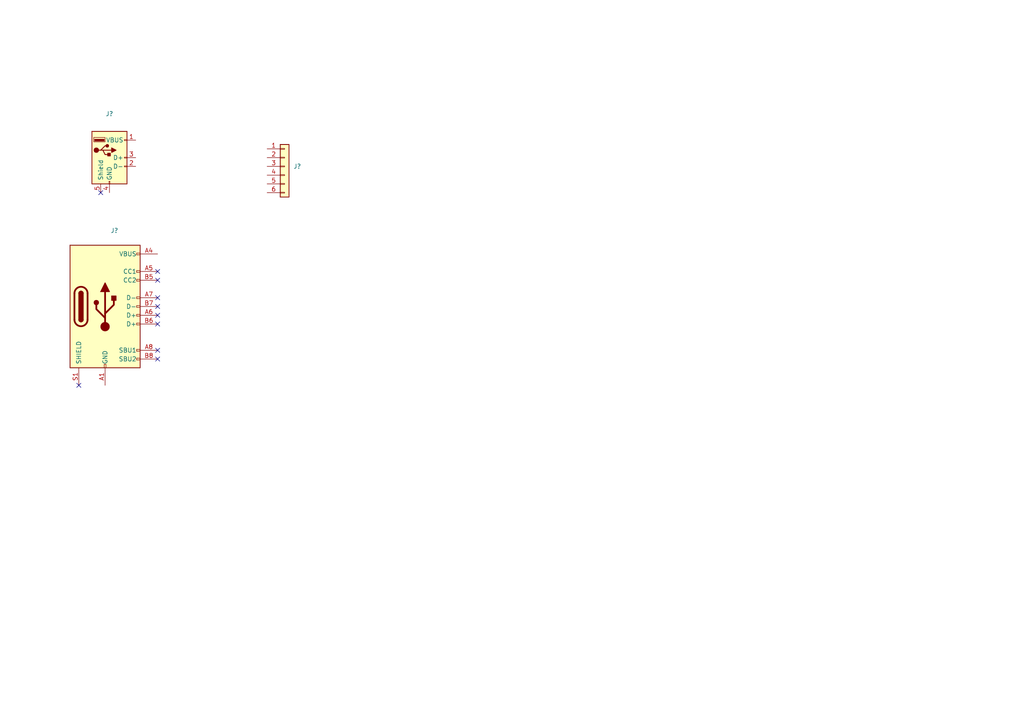
<source format=kicad_sch>
(kicad_sch (version 20211123) (generator eeschema)
  (paper "A4")
  (lib_symbols
    (symbol "Connector:USB_A" (pin_names (offset 1.016))
      (property "Reference" "J" (at -5.08 11.43 0))
      (property "Value" "USB_A" (at -5.08 8.89 0))
      (symbol "USB_A_0_1"
        (rectangle (start -5.08 -7.62) (end 5.08 7.62) (stroke (width 0.254)) (fill (type background)))
        (circle (center -3.81 2.159) (radius 0.635) (stroke (width 0.254)) (fill (type outline)))
        (rectangle (start -1.524 4.826) (end -4.318 5.334) (fill (type outline)))
        (rectangle (start -1.27 4.572) (end -4.572 5.842))
        (circle (center -0.635 3.429) (radius 0.381) (stroke (width 0.254)) (fill (type outline)))
        (rectangle (start -0.127 -7.62) (end 0.127 -6.858))
        (polyline (pts (xy -3.175 2.159) (xy -2.54 2.159) (xy -1.27 3.429) (xy -0.635 3.429)) (stroke (width 0.254)))
        (polyline (pts (xy -2.54 2.159) (xy -1.905 2.159) (xy -1.27 0.889) (xy 0 0.889)) (stroke (width 0.254)))
        (polyline (pts (xy 0.635 2.794) (xy 0.635 1.524) (xy 1.905 2.159) (xy 0.635 2.794)) (stroke (width 0.254)) (fill (type outline)))
        (rectangle (start 0.254 1.27) (end -0.508 0.508) (stroke (width 0.254)) (fill (type outline)))
        (rectangle (start 5.08 -2.667) (end 4.318 -2.413))
        (rectangle (start 5.08 -0.127) (end 4.318 0.127))
        (rectangle (start 5.08 4.953) (end 4.318 5.207))
      )
      (symbol "USB_A_1_1"
        (polyline (pts (xy -1.905 2.159) (xy 0.635 2.159)) (stroke (width 0.254)))
        (pin power_in line (at 7.62 5.08 180) (length 2.54) (name "VBUS") (number "1"))
        (pin bidirectional line (at 7.62 -2.54 180) (length 2.54) (name "D-") (number "2"))
        (pin bidirectional line (at 7.62 0 180) (length 2.54) (name "D+") (number "3"))
        (pin power_in line (at 0 -10.16 90) (length 2.54) (name "GND") (number "4"))
        (pin passive line (at -2.54 -10.16 90) (length 2.54) (name "Shield") (number "5"))
      )
    )
    (symbol "Connector_Generic:Conn_01x06" (pin_names (offset 1.016) hide)
      (property "Reference" "J" (at 0 7.62 0))
      (property "Value" "Conn_01x06" (at 0 -10.16 0))
      (symbol "Conn_01x06_1_1"
        (rectangle (start -1.27 -7.493) (end 0 -7.747) (stroke (width 0.1524)))
        (rectangle (start -1.27 -4.953) (end 0 -5.207) (stroke (width 0.1524)))
        (rectangle (start -1.27 -2.413) (end 0 -2.667) (stroke (width 0.1524)))
        (rectangle (start -1.27 0.127) (end 0 -0.127) (stroke (width 0.1524)))
        (rectangle (start -1.27 2.667) (end 0 2.413) (stroke (width 0.1524)))
        (rectangle (start -1.27 5.207) (end 0 4.953) (stroke (width 0.1524)))
        (rectangle (start -1.27 6.35) (end 1.27 -8.89) (stroke (width 0.254)) (fill (type background)))
        (pin passive line (at -5.08 5.08 0) (length 3.81) (name "Pin_1") (number "1"))
        (pin passive line (at -5.08 2.54 0) (length 3.81) (name "Pin_2") (number "2"))
        (pin passive line (at -5.08 0 0) (length 3.81) (name "Pin_3") (number "3"))
        (pin passive line (at -5.08 -2.54 0) (length 3.81) (name "Pin_4") (number "4"))
        (pin passive line (at -5.08 -5.08 0) (length 3.81) (name "Pin_5") (number "5"))
        (pin passive line (at -5.08 -7.62 0) (length 3.81) (name "Pin_6") (number "6"))
      )
    )
    (symbol "mainboard-rescue:USB_C_Receptacle_USB2.0-Connector" (pin_names (offset 1.016))
      (property "Reference" "J" (at -10.16 19.05 0))
      (property "Value" "USB_C_Receptacle_USB2.0-Connector" (at 19.05 19.05 0))
      (symbol "USB_C_Receptacle_USB2.0-Connector_0_0"
        (rectangle (start -0.254 -17.78) (end 0.254 -16.764))
        (rectangle (start 10.16 -14.986) (end 9.144 -15.494))
        (rectangle (start 10.16 -12.446) (end 9.144 -12.954))
        (rectangle (start 10.16 -4.826) (end 9.144 -5.334))
        (rectangle (start 10.16 -2.286) (end 9.144 -2.794))
        (rectangle (start 10.16 0.254) (end 9.144 -0.254))
        (rectangle (start 10.16 2.794) (end 9.144 2.286))
        (rectangle (start 10.16 7.874) (end 9.144 7.366))
        (rectangle (start 10.16 10.414) (end 9.144 9.906))
        (rectangle (start 10.16 15.494) (end 9.144 14.986))
      )
      (symbol "USB_C_Receptacle_USB2.0-Connector_0_1"
        (rectangle (start -10.16 17.78) (end 10.16 -17.78) (stroke (width 0.254)) (fill (type background)))
        (arc (start -8.89 -3.81) (mid -6.985 -5.715) (end -5.08 -3.81) (stroke (width 0.508)))
        (arc (start -7.62 -3.81) (mid -6.985 -4.445) (end -6.35 -3.81) (stroke (width 0.254)))
        (arc (start -7.62 -3.81) (mid -6.985 -4.445) (end -6.35 -3.81) (stroke (width 0.254)) (fill (type outline)))
        (rectangle (start -7.62 -3.81) (end -6.35 3.81) (stroke (width 0.254)) (fill (type outline)))
        (arc (start -6.35 3.81) (mid -6.985 4.445) (end -7.62 3.81) (stroke (width 0.254)))
        (arc (start -6.35 3.81) (mid -6.985 4.445) (end -7.62 3.81) (stroke (width 0.254)) (fill (type outline)))
        (arc (start -5.08 3.81) (mid -6.985 5.715) (end -8.89 3.81) (stroke (width 0.508)))
        (circle (center -2.54 1.143) (radius 0.635) (stroke (width 0.254)) (fill (type outline)))
        (circle (center 0 -5.842) (radius 1.27) (fill (type outline)))
        (polyline (pts (xy -8.89 -3.81) (xy -8.89 3.81)) (stroke (width 0.508)))
        (polyline (pts (xy -5.08 3.81) (xy -5.08 -3.81)) (stroke (width 0.508)))
        (polyline (pts (xy 0 -5.842) (xy 0 4.318)) (stroke (width 0.508)))
        (polyline (pts (xy 0 -3.302) (xy -2.54 -0.762) (xy -2.54 0.508)) (stroke (width 0.508)))
        (polyline (pts (xy 0 -2.032) (xy 2.54 0.508) (xy 2.54 1.778)) (stroke (width 0.508)))
        (polyline (pts (xy -1.27 4.318) (xy 0 6.858) (xy 1.27 4.318) (xy -1.27 4.318)) (stroke (width 0.254)) (fill (type outline)))
        (rectangle (start 1.905 1.778) (end 3.175 3.048) (stroke (width 0.254)) (fill (type outline)))
      )
      (symbol "USB_C_Receptacle_USB2.0-Connector_1_1"
        (pin power_in line (at 0 -22.86 90) (length 5.08) (name "GND") (number "A1"))
        (pin passive line (at 0 -22.86 90) (length 5.08) hide (name "GND") (number "A12"))
        (pin power_in line (at 15.24 15.24 180) (length 5.08) (name "VBUS") (number "A4"))
        (pin bidirectional line (at 15.24 10.16 180) (length 5.08) (name "CC1") (number "A5"))
        (pin bidirectional line (at 15.24 -2.54 180) (length 5.08) (name "D+") (number "A6"))
        (pin bidirectional line (at 15.24 2.54 180) (length 5.08) (name "D-") (number "A7"))
        (pin bidirectional line (at 15.24 -12.7 180) (length 5.08) (name "SBU1") (number "A8"))
        (pin passive line (at 15.24 15.24 180) (length 5.08) hide (name "VBUS") (number "A9"))
        (pin passive line (at 0 -22.86 90) (length 5.08) hide (name "GND") (number "B1"))
        (pin passive line (at 0 -22.86 90) (length 5.08) hide (name "GND") (number "B12"))
        (pin passive line (at 15.24 15.24 180) (length 5.08) hide (name "VBUS") (number "B4"))
        (pin bidirectional line (at 15.24 7.62 180) (length 5.08) (name "CC2") (number "B5"))
        (pin bidirectional line (at 15.24 -5.08 180) (length 5.08) (name "D+") (number "B6"))
        (pin bidirectional line (at 15.24 0 180) (length 5.08) (name "D-") (number "B7"))
        (pin bidirectional line (at 15.24 -15.24 180) (length 5.08) (name "SBU2") (number "B8"))
        (pin passive line (at 15.24 15.24 180) (length 5.08) hide (name "VBUS") (number "B9"))
        (pin passive line (at -7.62 -22.86 90) (length 5.08) (name "SHIELD") (number "S1"))
      )
    )
  )
  (no_connect (at 45.72 104.14))
  (no_connect (at 45.72 78.74))
  (no_connect (at 45.72 91.44))
  (no_connect (at 45.72 88.9))
  (no_connect (at 45.72 93.98))
  (no_connect (at 45.72 101.6))
  (no_connect (at 22.86 111.76))
  (no_connect (at 45.72 81.28))
  (no_connect (at 45.72 86.36))
  (no_connect (at 29.21 55.88))
  (symbol (lib_id "Connector_Generic:Conn_01x06") (at 82.55 48.26 0) (unit 1)
    (property "Reference" "J?" (at 85.09 48.2599 0) (effects (justify left)))
  )
  (symbol (lib_id "mainboard-rescue:USB_C_Receptacle_USB2.0-Connector") (at 30.48 88.9 0) (unit 1)
    (property "Reference" "J?" (at 33.1978 66.8782 0))
    (property "Footprint" "Connector_USB:USB_C_Receptacle_XKB_U262-16XN-4BVC11" (effects hide))
    (property "Datasheet" "https://www.usb.org/sites/default/files/documents/usb_type-c.zip" (effects hide))
  )
  (symbol (lib_id "Connector:USB_A") (at 31.75 45.72 0) (unit 1)
    (property "Reference" "J?" (at 31.75 33.02 0))
    (property "Footprint" "Connector_USB:USB_A_CNCTech_1001-011-01101_Horizontal" (effects hide))
    (property "Datasheet" " ~" (effects hide))
  )
)
</source>
